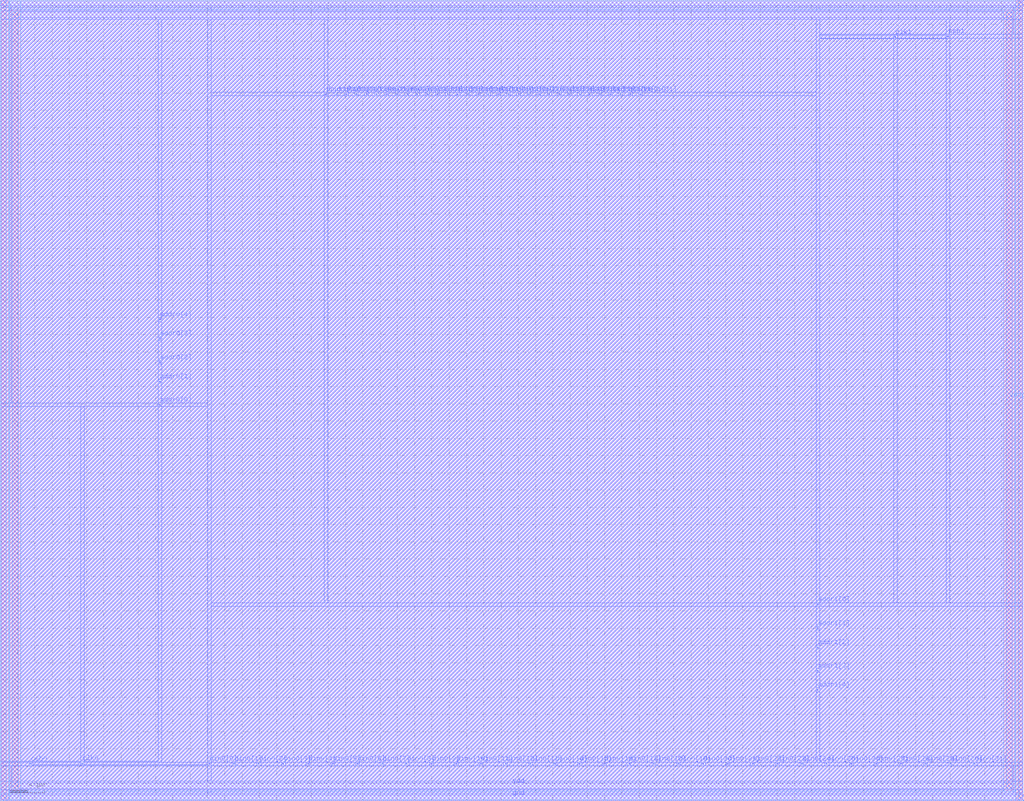
<source format=lef>
VERSION 5.4 ;
NAMESCASESENSITIVE ON ;
BUSBITCHARS "[]" ;
DIVIDERCHAR "/" ;
UNITS
  DATABASE MICRONS 2000 ;
END UNITS
MACRO freepdk45_sram_1w1r_32x32
   CLASS BLOCK ;
   SIZE 118.58 BY 92.82 ;
   SYMMETRY X Y R90 ;
   PIN din0[0]
      DIRECTION INPUT ;
      PORT
         LAYER metal3 ;
         RECT  24.145 4.2025 24.28 4.3375 ;
      END
   END din0[0]
   PIN din0[1]
      DIRECTION INPUT ;
      PORT
         LAYER metal3 ;
         RECT  27.005 4.2025 27.14 4.3375 ;
      END
   END din0[1]
   PIN din0[2]
      DIRECTION INPUT ;
      PORT
         LAYER metal3 ;
         RECT  29.865 4.2025 30.0 4.3375 ;
      END
   END din0[2]
   PIN din0[3]
      DIRECTION INPUT ;
      PORT
         LAYER metal3 ;
         RECT  32.725 4.2025 32.86 4.3375 ;
      END
   END din0[3]
   PIN din0[4]
      DIRECTION INPUT ;
      PORT
         LAYER metal3 ;
         RECT  35.585 4.2025 35.72 4.3375 ;
      END
   END din0[4]
   PIN din0[5]
      DIRECTION INPUT ;
      PORT
         LAYER metal3 ;
         RECT  38.445 4.2025 38.58 4.3375 ;
      END
   END din0[5]
   PIN din0[6]
      DIRECTION INPUT ;
      PORT
         LAYER metal3 ;
         RECT  41.305 4.2025 41.44 4.3375 ;
      END
   END din0[6]
   PIN din0[7]
      DIRECTION INPUT ;
      PORT
         LAYER metal3 ;
         RECT  44.165 4.2025 44.3 4.3375 ;
      END
   END din0[7]
   PIN din0[8]
      DIRECTION INPUT ;
      PORT
         LAYER metal3 ;
         RECT  47.025 4.2025 47.16 4.3375 ;
      END
   END din0[8]
   PIN din0[9]
      DIRECTION INPUT ;
      PORT
         LAYER metal3 ;
         RECT  49.885 4.2025 50.02 4.3375 ;
      END
   END din0[9]
   PIN din0[10]
      DIRECTION INPUT ;
      PORT
         LAYER metal3 ;
         RECT  52.745 4.2025 52.88 4.3375 ;
      END
   END din0[10]
   PIN din0[11]
      DIRECTION INPUT ;
      PORT
         LAYER metal3 ;
         RECT  55.605 4.2025 55.74 4.3375 ;
      END
   END din0[11]
   PIN din0[12]
      DIRECTION INPUT ;
      PORT
         LAYER metal3 ;
         RECT  58.465 4.2025 58.6 4.3375 ;
      END
   END din0[12]
   PIN din0[13]
      DIRECTION INPUT ;
      PORT
         LAYER metal3 ;
         RECT  61.325 4.2025 61.46 4.3375 ;
      END
   END din0[13]
   PIN din0[14]
      DIRECTION INPUT ;
      PORT
         LAYER metal3 ;
         RECT  64.185 4.2025 64.32 4.3375 ;
      END
   END din0[14]
   PIN din0[15]
      DIRECTION INPUT ;
      PORT
         LAYER metal3 ;
         RECT  67.045 4.2025 67.18 4.3375 ;
      END
   END din0[15]
   PIN din0[16]
      DIRECTION INPUT ;
      PORT
         LAYER metal3 ;
         RECT  69.905 4.2025 70.04 4.3375 ;
      END
   END din0[16]
   PIN din0[17]
      DIRECTION INPUT ;
      PORT
         LAYER metal3 ;
         RECT  72.765 4.2025 72.9 4.3375 ;
      END
   END din0[17]
   PIN din0[18]
      DIRECTION INPUT ;
      PORT
         LAYER metal3 ;
         RECT  75.625 4.2025 75.76 4.3375 ;
      END
   END din0[18]
   PIN din0[19]
      DIRECTION INPUT ;
      PORT
         LAYER metal3 ;
         RECT  78.485 4.2025 78.62 4.3375 ;
      END
   END din0[19]
   PIN din0[20]
      DIRECTION INPUT ;
      PORT
         LAYER metal3 ;
         RECT  81.345 4.2025 81.48 4.3375 ;
      END
   END din0[20]
   PIN din0[21]
      DIRECTION INPUT ;
      PORT
         LAYER metal3 ;
         RECT  84.205 4.2025 84.34 4.3375 ;
      END
   END din0[21]
   PIN din0[22]
      DIRECTION INPUT ;
      PORT
         LAYER metal3 ;
         RECT  87.065 4.2025 87.2 4.3375 ;
      END
   END din0[22]
   PIN din0[23]
      DIRECTION INPUT ;
      PORT
         LAYER metal3 ;
         RECT  89.925 4.2025 90.06 4.3375 ;
      END
   END din0[23]
   PIN din0[24]
      DIRECTION INPUT ;
      PORT
         LAYER metal3 ;
         RECT  92.785 4.2025 92.92 4.3375 ;
      END
   END din0[24]
   PIN din0[25]
      DIRECTION INPUT ;
      PORT
         LAYER metal3 ;
         RECT  95.645 4.2025 95.78 4.3375 ;
      END
   END din0[25]
   PIN din0[26]
      DIRECTION INPUT ;
      PORT
         LAYER metal3 ;
         RECT  98.505 4.2025 98.64 4.3375 ;
      END
   END din0[26]
   PIN din0[27]
      DIRECTION INPUT ;
      PORT
         LAYER metal3 ;
         RECT  101.365 4.2025 101.5 4.3375 ;
      END
   END din0[27]
   PIN din0[28]
      DIRECTION INPUT ;
      PORT
         LAYER metal3 ;
         RECT  104.225 4.2025 104.36 4.3375 ;
      END
   END din0[28]
   PIN din0[29]
      DIRECTION INPUT ;
      PORT
         LAYER metal3 ;
         RECT  107.085 4.2025 107.22 4.3375 ;
      END
   END din0[29]
   PIN din0[30]
      DIRECTION INPUT ;
      PORT
         LAYER metal3 ;
         RECT  109.945 4.2025 110.08 4.3375 ;
      END
   END din0[30]
   PIN din0[31]
      DIRECTION INPUT ;
      PORT
         LAYER metal3 ;
         RECT  112.805 4.2025 112.94 4.3375 ;
      END
   END din0[31]
   PIN addr0[0]
      DIRECTION INPUT ;
      PORT
         LAYER metal3 ;
         RECT  18.425 45.8025 18.56 45.9375 ;
      END
   END addr0[0]
   PIN addr0[1]
      DIRECTION INPUT ;
      PORT
         LAYER metal3 ;
         RECT  18.425 48.5325 18.56 48.6675 ;
      END
   END addr0[1]
   PIN addr0[2]
      DIRECTION INPUT ;
      PORT
         LAYER metal3 ;
         RECT  18.425 50.7425 18.56 50.8775 ;
      END
   END addr0[2]
   PIN addr0[3]
      DIRECTION INPUT ;
      PORT
         LAYER metal3 ;
         RECT  18.425 53.4725 18.56 53.6075 ;
      END
   END addr0[3]
   PIN addr0[4]
      DIRECTION INPUT ;
      PORT
         LAYER metal3 ;
         RECT  18.425 55.6825 18.56 55.8175 ;
      END
   END addr0[4]
   PIN addr1[0]
      DIRECTION INPUT ;
      PORT
         LAYER metal3 ;
         RECT  94.615 22.6625 94.75 22.7975 ;
      END
   END addr1[0]
   PIN addr1[1]
      DIRECTION INPUT ;
      PORT
         LAYER metal3 ;
         RECT  94.615 19.9325 94.75 20.0675 ;
      END
   END addr1[1]
   PIN addr1[2]
      DIRECTION INPUT ;
      PORT
         LAYER metal3 ;
         RECT  94.615 17.7225 94.75 17.8575 ;
      END
   END addr1[2]
   PIN addr1[3]
      DIRECTION INPUT ;
      PORT
         LAYER metal3 ;
         RECT  94.615 14.9925 94.75 15.1275 ;
      END
   END addr1[3]
   PIN addr1[4]
      DIRECTION INPUT ;
      PORT
         LAYER metal3 ;
         RECT  94.615 12.7825 94.75 12.9175 ;
      END
   END addr1[4]
   PIN csb0
      DIRECTION INPUT ;
      PORT
         LAYER metal3 ;
         RECT  3.49 4.2025 3.625 4.3375 ;
      END
   END csb0
   PIN csb1
      DIRECTION INPUT ;
      PORT
         LAYER metal3 ;
         RECT  109.69 88.5225 109.825 88.6575 ;
      END
   END csb1
   PIN clk0
      DIRECTION INPUT ;
      PORT
         LAYER metal3 ;
         RECT  9.4525 4.2875 9.5875 4.4225 ;
      END
   END clk0
   PIN clk1
      DIRECTION INPUT ;
      PORT
         LAYER metal3 ;
         RECT  103.5875 88.4375 103.7225 88.5725 ;
      END
   END clk1
   PIN dout1[0]
      DIRECTION OUTPUT ;
      PORT
         LAYER metal3 ;
         RECT  37.6575 81.815 37.7925 81.95 ;
      END
   END dout1[0]
   PIN dout1[1]
      DIRECTION OUTPUT ;
      PORT
         LAYER metal3 ;
         RECT  38.8325 81.815 38.9675 81.95 ;
      END
   END dout1[1]
   PIN dout1[2]
      DIRECTION OUTPUT ;
      PORT
         LAYER metal3 ;
         RECT  40.0075 81.815 40.1425 81.95 ;
      END
   END dout1[2]
   PIN dout1[3]
      DIRECTION OUTPUT ;
      PORT
         LAYER metal3 ;
         RECT  41.1825 81.815 41.3175 81.95 ;
      END
   END dout1[3]
   PIN dout1[4]
      DIRECTION OUTPUT ;
      PORT
         LAYER metal3 ;
         RECT  42.3575 81.815 42.4925 81.95 ;
      END
   END dout1[4]
   PIN dout1[5]
      DIRECTION OUTPUT ;
      PORT
         LAYER metal3 ;
         RECT  43.5325 81.815 43.6675 81.95 ;
      END
   END dout1[5]
   PIN dout1[6]
      DIRECTION OUTPUT ;
      PORT
         LAYER metal3 ;
         RECT  44.7075 81.815 44.8425 81.95 ;
      END
   END dout1[6]
   PIN dout1[7]
      DIRECTION OUTPUT ;
      PORT
         LAYER metal3 ;
         RECT  45.8825 81.815 46.0175 81.95 ;
      END
   END dout1[7]
   PIN dout1[8]
      DIRECTION OUTPUT ;
      PORT
         LAYER metal3 ;
         RECT  47.0575 81.815 47.1925 81.95 ;
      END
   END dout1[8]
   PIN dout1[9]
      DIRECTION OUTPUT ;
      PORT
         LAYER metal3 ;
         RECT  48.2325 81.815 48.3675 81.95 ;
      END
   END dout1[9]
   PIN dout1[10]
      DIRECTION OUTPUT ;
      PORT
         LAYER metal3 ;
         RECT  49.4075 81.815 49.5425 81.95 ;
      END
   END dout1[10]
   PIN dout1[11]
      DIRECTION OUTPUT ;
      PORT
         LAYER metal3 ;
         RECT  50.5825 81.815 50.7175 81.95 ;
      END
   END dout1[11]
   PIN dout1[12]
      DIRECTION OUTPUT ;
      PORT
         LAYER metal3 ;
         RECT  51.7575 81.815 51.8925 81.95 ;
      END
   END dout1[12]
   PIN dout1[13]
      DIRECTION OUTPUT ;
      PORT
         LAYER metal3 ;
         RECT  52.9325 81.815 53.0675 81.95 ;
      END
   END dout1[13]
   PIN dout1[14]
      DIRECTION OUTPUT ;
      PORT
         LAYER metal3 ;
         RECT  54.1075 81.815 54.2425 81.95 ;
      END
   END dout1[14]
   PIN dout1[15]
      DIRECTION OUTPUT ;
      PORT
         LAYER metal3 ;
         RECT  55.2825 81.815 55.4175 81.95 ;
      END
   END dout1[15]
   PIN dout1[16]
      DIRECTION OUTPUT ;
      PORT
         LAYER metal3 ;
         RECT  56.4575 81.815 56.5925 81.95 ;
      END
   END dout1[16]
   PIN dout1[17]
      DIRECTION OUTPUT ;
      PORT
         LAYER metal3 ;
         RECT  57.6325 81.815 57.7675 81.95 ;
      END
   END dout1[17]
   PIN dout1[18]
      DIRECTION OUTPUT ;
      PORT
         LAYER metal3 ;
         RECT  58.8075 81.815 58.9425 81.95 ;
      END
   END dout1[18]
   PIN dout1[19]
      DIRECTION OUTPUT ;
      PORT
         LAYER metal3 ;
         RECT  59.9825 81.815 60.1175 81.95 ;
      END
   END dout1[19]
   PIN dout1[20]
      DIRECTION OUTPUT ;
      PORT
         LAYER metal3 ;
         RECT  61.1575 81.815 61.2925 81.95 ;
      END
   END dout1[20]
   PIN dout1[21]
      DIRECTION OUTPUT ;
      PORT
         LAYER metal3 ;
         RECT  62.3325 81.815 62.4675 81.95 ;
      END
   END dout1[21]
   PIN dout1[22]
      DIRECTION OUTPUT ;
      PORT
         LAYER metal3 ;
         RECT  63.5075 81.815 63.6425 81.95 ;
      END
   END dout1[22]
   PIN dout1[23]
      DIRECTION OUTPUT ;
      PORT
         LAYER metal3 ;
         RECT  64.6825 81.815 64.8175 81.95 ;
      END
   END dout1[23]
   PIN dout1[24]
      DIRECTION OUTPUT ;
      PORT
         LAYER metal3 ;
         RECT  65.8575 81.815 65.9925 81.95 ;
      END
   END dout1[24]
   PIN dout1[25]
      DIRECTION OUTPUT ;
      PORT
         LAYER metal3 ;
         RECT  67.0325 81.815 67.1675 81.95 ;
      END
   END dout1[25]
   PIN dout1[26]
      DIRECTION OUTPUT ;
      PORT
         LAYER metal3 ;
         RECT  68.2075 81.815 68.3425 81.95 ;
      END
   END dout1[26]
   PIN dout1[27]
      DIRECTION OUTPUT ;
      PORT
         LAYER metal3 ;
         RECT  69.3825 81.815 69.5175 81.95 ;
      END
   END dout1[27]
   PIN dout1[28]
      DIRECTION OUTPUT ;
      PORT
         LAYER metal3 ;
         RECT  70.5575 81.815 70.6925 81.95 ;
      END
   END dout1[28]
   PIN dout1[29]
      DIRECTION OUTPUT ;
      PORT
         LAYER metal3 ;
         RECT  71.7325 81.815 71.8675 81.95 ;
      END
   END dout1[29]
   PIN dout1[30]
      DIRECTION OUTPUT ;
      PORT
         LAYER metal3 ;
         RECT  72.9075 81.815 73.0425 81.95 ;
      END
   END dout1[30]
   PIN dout1[31]
      DIRECTION OUTPUT ;
      PORT
         LAYER metal3 ;
         RECT  74.0825 81.815 74.2175 81.95 ;
      END
   END dout1[31]
   PIN vdd
      DIRECTION INOUT ;
      USE POWER ; 
      SHAPE ABUTMENT ; 
      PORT
         LAYER metal4 ;
         RECT  1.4 1.4 2.1 91.42 ;
         LAYER metal3 ;
         RECT  1.4 90.72 117.18 91.42 ;
         LAYER metal3 ;
         RECT  1.4 1.4 117.18 2.1 ;
         LAYER metal4 ;
         RECT  116.48 1.4 117.18 91.42 ;
      END
   END vdd
   PIN gnd
      DIRECTION INOUT ;
      USE GROUND ; 
      SHAPE ABUTMENT ; 
      PORT
         LAYER metal3 ;
         RECT  0.0 92.12 118.58 92.82 ;
         LAYER metal3 ;
         RECT  0.0 0.0 118.58 0.7 ;
         LAYER metal4 ;
         RECT  0.0 0.0 0.7 92.82 ;
         LAYER metal4 ;
         RECT  117.88 0.0 118.58 92.82 ;
      END
   END gnd
   OBS
   LAYER  metal1 ;
      RECT  0.14 0.14 118.44 92.68 ;
   LAYER  metal2 ;
      RECT  0.14 0.14 118.44 92.68 ;
   LAYER  metal3 ;
      RECT  24.42 4.0625 26.865 4.4775 ;
      RECT  27.28 4.0625 29.725 4.4775 ;
      RECT  30.14 4.0625 32.585 4.4775 ;
      RECT  33.0 4.0625 35.445 4.4775 ;
      RECT  35.86 4.0625 38.305 4.4775 ;
      RECT  38.72 4.0625 41.165 4.4775 ;
      RECT  41.58 4.0625 44.025 4.4775 ;
      RECT  44.44 4.0625 46.885 4.4775 ;
      RECT  47.3 4.0625 49.745 4.4775 ;
      RECT  50.16 4.0625 52.605 4.4775 ;
      RECT  53.02 4.0625 55.465 4.4775 ;
      RECT  55.88 4.0625 58.325 4.4775 ;
      RECT  58.74 4.0625 61.185 4.4775 ;
      RECT  61.6 4.0625 64.045 4.4775 ;
      RECT  64.46 4.0625 66.905 4.4775 ;
      RECT  67.32 4.0625 69.765 4.4775 ;
      RECT  70.18 4.0625 72.625 4.4775 ;
      RECT  73.04 4.0625 75.485 4.4775 ;
      RECT  75.9 4.0625 78.345 4.4775 ;
      RECT  78.76 4.0625 81.205 4.4775 ;
      RECT  81.62 4.0625 84.065 4.4775 ;
      RECT  84.48 4.0625 86.925 4.4775 ;
      RECT  87.34 4.0625 89.785 4.4775 ;
      RECT  90.2 4.0625 92.645 4.4775 ;
      RECT  93.06 4.0625 95.505 4.4775 ;
      RECT  95.92 4.0625 98.365 4.4775 ;
      RECT  98.78 4.0625 101.225 4.4775 ;
      RECT  101.64 4.0625 104.085 4.4775 ;
      RECT  104.5 4.0625 106.945 4.4775 ;
      RECT  107.36 4.0625 109.805 4.4775 ;
      RECT  110.22 4.0625 112.665 4.4775 ;
      RECT  113.08 4.0625 118.44 4.4775 ;
      RECT  0.14 45.6625 18.285 46.0775 ;
      RECT  18.285 4.4775 18.7 45.6625 ;
      RECT  18.7 4.4775 24.005 45.6625 ;
      RECT  18.7 45.6625 24.005 46.0775 ;
      RECT  18.285 46.0775 18.7 48.3925 ;
      RECT  18.285 48.8075 18.7 50.6025 ;
      RECT  18.285 51.0175 18.7 53.3325 ;
      RECT  18.285 53.7475 18.7 55.5425 ;
      RECT  24.42 4.4775 94.475 22.5225 ;
      RECT  24.42 22.5225 94.475 22.9375 ;
      RECT  94.89 4.4775 118.44 22.5225 ;
      RECT  94.89 22.5225 118.44 22.9375 ;
      RECT  94.475 20.2075 94.89 22.5225 ;
      RECT  94.475 17.9975 94.89 19.7925 ;
      RECT  94.475 15.2675 94.89 17.5825 ;
      RECT  94.475 4.4775 94.89 12.6425 ;
      RECT  94.475 13.0575 94.89 14.8525 ;
      RECT  0.14 4.0625 3.35 4.4775 ;
      RECT  109.55 22.9375 109.965 88.3825 ;
      RECT  109.965 22.9375 118.44 88.3825 ;
      RECT  109.965 88.3825 118.44 88.7975 ;
      RECT  0.14 4.4775 9.3125 4.5625 ;
      RECT  0.14 4.5625 9.3125 45.6625 ;
      RECT  9.3125 4.5625 9.7275 45.6625 ;
      RECT  9.7275 4.4775 18.285 4.5625 ;
      RECT  9.7275 4.5625 18.285 45.6625 ;
      RECT  3.765 4.0625 9.3125 4.1475 ;
      RECT  3.765 4.1475 9.3125 4.4775 ;
      RECT  9.3125 4.0625 9.7275 4.1475 ;
      RECT  9.7275 4.0625 24.005 4.1475 ;
      RECT  9.7275 4.1475 24.005 4.4775 ;
      RECT  94.89 22.9375 103.4475 88.2975 ;
      RECT  94.89 88.2975 103.4475 88.3825 ;
      RECT  103.4475 22.9375 103.8625 88.2975 ;
      RECT  103.8625 22.9375 109.55 88.2975 ;
      RECT  103.8625 88.2975 109.55 88.3825 ;
      RECT  94.89 88.3825 103.4475 88.7125 ;
      RECT  94.89 88.7125 103.4475 88.7975 ;
      RECT  103.4475 88.7125 103.8625 88.7975 ;
      RECT  103.8625 88.3825 109.55 88.7125 ;
      RECT  103.8625 88.7125 109.55 88.7975 ;
      RECT  24.42 22.9375 37.5175 81.675 ;
      RECT  24.42 81.675 37.5175 82.09 ;
      RECT  37.5175 22.9375 37.9325 81.675 ;
      RECT  37.9325 22.9375 94.475 81.675 ;
      RECT  37.9325 81.675 38.6925 82.09 ;
      RECT  39.1075 81.675 39.8675 82.09 ;
      RECT  40.2825 81.675 41.0425 82.09 ;
      RECT  41.4575 81.675 42.2175 82.09 ;
      RECT  42.6325 81.675 43.3925 82.09 ;
      RECT  43.8075 81.675 44.5675 82.09 ;
      RECT  44.9825 81.675 45.7425 82.09 ;
      RECT  46.1575 81.675 46.9175 82.09 ;
      RECT  47.3325 81.675 48.0925 82.09 ;
      RECT  48.5075 81.675 49.2675 82.09 ;
      RECT  49.6825 81.675 50.4425 82.09 ;
      RECT  50.8575 81.675 51.6175 82.09 ;
      RECT  52.0325 81.675 52.7925 82.09 ;
      RECT  53.2075 81.675 53.9675 82.09 ;
      RECT  54.3825 81.675 55.1425 82.09 ;
      RECT  55.5575 81.675 56.3175 82.09 ;
      RECT  56.7325 81.675 57.4925 82.09 ;
      RECT  57.9075 81.675 58.6675 82.09 ;
      RECT  59.0825 81.675 59.8425 82.09 ;
      RECT  60.2575 81.675 61.0175 82.09 ;
      RECT  61.4325 81.675 62.1925 82.09 ;
      RECT  62.6075 81.675 63.3675 82.09 ;
      RECT  63.7825 81.675 64.5425 82.09 ;
      RECT  64.9575 81.675 65.7175 82.09 ;
      RECT  66.1325 81.675 66.8925 82.09 ;
      RECT  67.3075 81.675 68.0675 82.09 ;
      RECT  68.4825 81.675 69.2425 82.09 ;
      RECT  69.6575 81.675 70.4175 82.09 ;
      RECT  70.8325 81.675 71.5925 82.09 ;
      RECT  72.0075 81.675 72.7675 82.09 ;
      RECT  73.1825 81.675 73.9425 82.09 ;
      RECT  74.3575 81.675 94.475 82.09 ;
      RECT  24.005 4.4775 24.42 90.58 ;
      RECT  0.14 46.0775 1.26 90.58 ;
      RECT  0.14 90.58 1.26 91.56 ;
      RECT  1.26 46.0775 18.285 90.58 ;
      RECT  18.7 46.0775 24.005 90.58 ;
      RECT  18.285 55.9575 18.7 90.58 ;
      RECT  94.475 22.9375 94.89 90.58 ;
      RECT  94.89 88.7975 109.55 90.58 ;
      RECT  109.55 88.7975 109.965 90.58 ;
      RECT  109.965 88.7975 117.32 90.58 ;
      RECT  117.32 88.7975 118.44 90.58 ;
      RECT  117.32 90.58 118.44 91.56 ;
      RECT  24.42 82.09 37.5175 90.58 ;
      RECT  37.5175 82.09 37.9325 90.58 ;
      RECT  37.9325 82.09 94.475 90.58 ;
      RECT  0.14 1.26 1.26 2.24 ;
      RECT  0.14 2.24 1.26 4.0625 ;
      RECT  1.26 2.24 24.005 4.0625 ;
      RECT  24.005 2.24 24.42 4.0625 ;
      RECT  24.42 2.24 117.32 4.0625 ;
      RECT  117.32 1.26 118.44 2.24 ;
      RECT  117.32 2.24 118.44 4.0625 ;
      RECT  24.005 91.56 24.42 91.98 ;
      RECT  0.14 91.56 1.26 91.98 ;
      RECT  1.26 91.56 18.285 91.98 ;
      RECT  18.7 91.56 24.005 91.98 ;
      RECT  18.285 91.56 18.7 91.98 ;
      RECT  94.475 91.56 94.89 91.98 ;
      RECT  94.89 91.56 109.55 91.98 ;
      RECT  109.55 91.56 109.965 91.98 ;
      RECT  109.965 91.56 117.32 91.98 ;
      RECT  117.32 91.56 118.44 91.98 ;
      RECT  24.42 91.56 37.5175 91.98 ;
      RECT  37.5175 91.56 37.9325 91.98 ;
      RECT  37.9325 91.56 94.475 91.98 ;
      RECT  0.14 0.84 1.26 1.26 ;
      RECT  1.26 0.84 24.005 1.26 ;
      RECT  24.005 0.84 24.42 1.26 ;
      RECT  24.42 0.84 117.32 1.26 ;
      RECT  117.32 0.84 118.44 1.26 ;
   LAYER  metal4 ;
      RECT  1.12 0.14 2.38 1.12 ;
      RECT  1.12 91.7 2.38 92.68 ;
      RECT  2.38 1.12 116.2 91.7 ;
      RECT  0.98 0.14 1.12 1.12 ;
      RECT  0.98 1.12 1.12 91.7 ;
      RECT  0.98 91.7 1.12 92.68 ;
      RECT  2.38 0.14 117.6 1.12 ;
      RECT  2.38 91.7 117.6 92.68 ;
      RECT  117.46 1.12 117.6 91.7 ;
   END
END    freepdk45_sram_1w1r_32x32
END    LIBRARY

</source>
